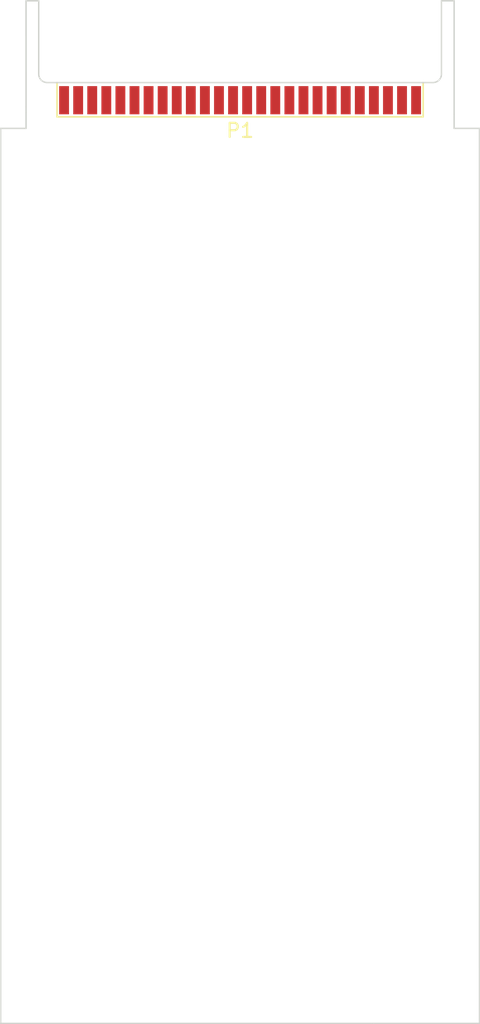
<source format=kicad_pcb>
(kicad_pcb (version 20171130) (host pcbnew "(5.1.7)-1")

  (general
    (thickness 1.6)
    (drawings 22)
    (tracks 0)
    (zones 0)
    (modules 1)
    (nets 27)
  )

  (page A4)
  (layers
    (0 F.Cu signal)
    (31 B.Cu signal)
    (32 B.Adhes user)
    (33 F.Adhes user)
    (34 B.Paste user)
    (35 F.Paste user)
    (36 B.SilkS user)
    (37 F.SilkS user)
    (38 B.Mask user)
    (39 F.Mask user)
    (40 Dwgs.User user)
    (41 Cmts.User user)
    (42 Eco1.User user)
    (43 Eco2.User user)
    (44 Edge.Cuts user)
    (45 Margin user)
    (46 B.CrtYd user)
    (47 F.CrtYd user)
    (48 B.Fab user)
    (49 F.Fab user hide)
  )

  (setup
    (last_trace_width 0.25)
    (trace_clearance 0.2)
    (zone_clearance 0.508)
    (zone_45_only no)
    (trace_min 0.2)
    (via_size 0.8)
    (via_drill 0.4)
    (via_min_size 0.4)
    (via_min_drill 0.3)
    (uvia_size 0.3)
    (uvia_drill 0.1)
    (uvias_allowed no)
    (uvia_min_size 0.2)
    (uvia_min_drill 0.1)
    (edge_width 0.1)
    (segment_width 0.2)
    (pcb_text_width 0.3)
    (pcb_text_size 1.5 1.5)
    (mod_edge_width 0.12)
    (mod_text_size 1 1)
    (mod_text_width 0.15)
    (pad_size 1.524 1.524)
    (pad_drill 0.762)
    (pad_to_mask_clearance 0)
    (aux_axis_origin 0 0)
    (visible_elements 7FFFFFFF)
    (pcbplotparams
      (layerselection 0x010fc_ffffffff)
      (usegerberextensions false)
      (usegerberattributes true)
      (usegerberadvancedattributes true)
      (creategerberjobfile true)
      (excludeedgelayer true)
      (linewidth 0.100000)
      (plotframeref false)
      (viasonmask false)
      (mode 1)
      (useauxorigin false)
      (hpglpennumber 1)
      (hpglpenspeed 20)
      (hpglpendiameter 15.000000)
      (psnegative false)
      (psa4output false)
      (plotreference true)
      (plotvalue true)
      (plotinvisibletext false)
      (padsonsilk false)
      (subtractmaskfromsilk false)
      (outputformat 1)
      (mirror false)
      (drillshape 1)
      (scaleselection 1)
      (outputdirectory ""))
  )

  (net 0 "")
  (net 1 "Net-(P1-Pad26)")
  (net 2 "Net-(P1-Pad25)")
  (net 3 "Net-(P1-Pad24)")
  (net 4 "Net-(P1-Pad23)")
  (net 5 "Net-(P1-Pad22)")
  (net 6 "Net-(P1-Pad21)")
  (net 7 "Net-(P1-Pad20)")
  (net 8 "Net-(P1-Pad19)")
  (net 9 "Net-(P1-Pad18)")
  (net 10 "Net-(P1-Pad17)")
  (net 11 "Net-(P1-Pad16)")
  (net 12 "Net-(P1-Pad15)")
  (net 13 "Net-(P1-Pad14)")
  (net 14 "Net-(P1-Pad13)")
  (net 15 "Net-(P1-Pad12)")
  (net 16 "Net-(P1-Pad11)")
  (net 17 "Net-(P1-Pad10)")
  (net 18 "Net-(P1-Pad9)")
  (net 19 "Net-(P1-Pad8)")
  (net 20 "Net-(P1-Pad7)")
  (net 21 "Net-(P1-Pad6)")
  (net 22 "Net-(P1-Pad5)")
  (net 23 "Net-(P1-Pad4)")
  (net 24 "Net-(P1-Pad3)")
  (net 25 "Net-(P1-Pad2)")
  (net 26 "Net-(P1-Pad1)")

  (net_class Default "This is the default net class."
    (clearance 0.2)
    (trace_width 0.25)
    (via_dia 0.8)
    (via_drill 0.4)
    (uvia_dia 0.3)
    (uvia_drill 0.1)
    (add_net "Net-(P1-Pad1)")
    (add_net "Net-(P1-Pad10)")
    (add_net "Net-(P1-Pad11)")
    (add_net "Net-(P1-Pad12)")
    (add_net "Net-(P1-Pad13)")
    (add_net "Net-(P1-Pad14)")
    (add_net "Net-(P1-Pad15)")
    (add_net "Net-(P1-Pad16)")
    (add_net "Net-(P1-Pad17)")
    (add_net "Net-(P1-Pad18)")
    (add_net "Net-(P1-Pad19)")
    (add_net "Net-(P1-Pad2)")
    (add_net "Net-(P1-Pad20)")
    (add_net "Net-(P1-Pad21)")
    (add_net "Net-(P1-Pad22)")
    (add_net "Net-(P1-Pad23)")
    (add_net "Net-(P1-Pad24)")
    (add_net "Net-(P1-Pad25)")
    (add_net "Net-(P1-Pad26)")
    (add_net "Net-(P1-Pad3)")
    (add_net "Net-(P1-Pad4)")
    (add_net "Net-(P1-Pad5)")
    (add_net "Net-(P1-Pad6)")
    (add_net "Net-(P1-Pad7)")
    (add_net "Net-(P1-Pad8)")
    (add_net "Net-(P1-Pad9)")
  )

  (module MYLIB:100305702112LF (layer F.Cu) (tedit 60F89C15) (tstamp 60F91EEB)
    (at 45.5 29.5)
    (path /60F8C266)
    (attr smd)
    (fp_text reference P1 (at 0 2.15) (layer F.SilkS)
      (effects (font (size 1 1) (thickness 0.15)))
    )
    (fp_text value Express_Card (at 0 3.3) (layer F.Fab)
      (effects (font (size 1 1) (thickness 0.15)))
    )
    (fp_line (start -17 -7) (end 17 -7) (layer F.CrtYd) (width 0.05))
    (fp_line (start -17 1.65) (end 17 1.65) (layer F.CrtYd) (width 0.05))
    (fp_line (start 12.2 -7.05) (end 12.2 -1.25) (layer F.Fab) (width 0.12))
    (fp_line (start -12.2 -7.05) (end -12.2 -1.25) (layer F.Fab) (width 0.12))
    (fp_line (start 14.2 -1.25) (end -14.2 -1.25) (layer F.Fab) (width 0.12))
    (fp_line (start 14.2 -7.05) (end 14.2 -1.25) (layer F.Fab) (width 0.12))
    (fp_line (start -14.2 -7.05) (end 14.2 -7.05) (layer F.Fab) (width 0.12))
    (fp_line (start -14.2 -1.25) (end -14.2 -7.05) (layer F.Fab) (width 0.12))
    (fp_line (start -17 -7) (end -17 1.65) (layer F.CrtYd) (width 0.05))
    (fp_line (start -17 2.65) (end -17 2.65) (layer F.CrtYd) (width 0.05))
    (fp_line (start 17 -7) (end 17 1.65) (layer F.CrtYd) (width 0.05))
    (fp_line (start 13 1.18) (end 13 -1.25) (layer F.SilkS) (width 0.12))
    (fp_line (start -13 1.18) (end -13 -1.25) (layer F.SilkS) (width 0.12))
    (fp_line (start -13 1.18) (end 13 1.18) (layer F.SilkS) (width 0.12))
    (pad 26 smd rect (at 12.5 0) (size 0.7 2) (layers F.Cu F.Paste F.Mask)
      (net 1 "Net-(P1-Pad26)"))
    (pad 25 smd rect (at 11.5 0) (size 0.7 2) (layers F.Cu F.Paste F.Mask)
      (net 2 "Net-(P1-Pad25)"))
    (pad 24 smd rect (at 10.5 0) (size 0.7 2) (layers F.Cu F.Paste F.Mask)
      (net 3 "Net-(P1-Pad24)"))
    (pad 23 smd rect (at 9.5 0) (size 0.7 2) (layers F.Cu F.Paste F.Mask)
      (net 4 "Net-(P1-Pad23)"))
    (pad 22 smd rect (at 8.5 0) (size 0.7 2) (layers F.Cu F.Paste F.Mask)
      (net 5 "Net-(P1-Pad22)"))
    (pad 21 smd rect (at 7.5 0) (size 0.7 2) (layers F.Cu F.Paste F.Mask)
      (net 6 "Net-(P1-Pad21)"))
    (pad 20 smd rect (at 6.5 0) (size 0.7 2) (layers F.Cu F.Paste F.Mask)
      (net 7 "Net-(P1-Pad20)"))
    (pad 19 smd rect (at 5.5 0) (size 0.7 2) (layers F.Cu F.Paste F.Mask)
      (net 8 "Net-(P1-Pad19)"))
    (pad 18 smd rect (at 4.5 0) (size 0.7 2) (layers F.Cu F.Paste F.Mask)
      (net 9 "Net-(P1-Pad18)"))
    (pad 17 smd rect (at 3.5 0) (size 0.7 2) (layers F.Cu F.Paste F.Mask)
      (net 10 "Net-(P1-Pad17)"))
    (pad 16 smd rect (at 2.5 0) (size 0.7 2) (layers F.Cu F.Paste F.Mask)
      (net 11 "Net-(P1-Pad16)"))
    (pad 15 smd rect (at 1.5 0) (size 0.7 2) (layers F.Cu F.Paste F.Mask)
      (net 12 "Net-(P1-Pad15)"))
    (pad 14 smd rect (at 0.5 0) (size 0.7 2) (layers F.Cu F.Paste F.Mask)
      (net 13 "Net-(P1-Pad14)"))
    (pad 13 smd rect (at -0.5 0) (size 0.7 2) (layers F.Cu F.Paste F.Mask)
      (net 14 "Net-(P1-Pad13)"))
    (pad 12 smd rect (at -1.5 0) (size 0.7 2) (layers F.Cu F.Paste F.Mask)
      (net 15 "Net-(P1-Pad12)"))
    (pad 11 smd rect (at -2.5 0) (size 0.7 2) (layers F.Cu F.Paste F.Mask)
      (net 16 "Net-(P1-Pad11)"))
    (pad 10 smd rect (at -3.5 0) (size 0.7 2) (layers F.Cu F.Paste F.Mask)
      (net 17 "Net-(P1-Pad10)"))
    (pad 9 smd rect (at -4.5 0) (size 0.7 2) (layers F.Cu F.Paste F.Mask)
      (net 18 "Net-(P1-Pad9)"))
    (pad 8 smd rect (at -5.5 0) (size 0.7 2) (layers F.Cu F.Paste F.Mask)
      (net 19 "Net-(P1-Pad8)"))
    (pad 7 smd rect (at -6.5 0) (size 0.7 2) (layers F.Cu F.Paste F.Mask)
      (net 20 "Net-(P1-Pad7)"))
    (pad 6 smd rect (at -7.5 0) (size 0.7 2) (layers F.Cu F.Paste F.Mask)
      (net 21 "Net-(P1-Pad6)"))
    (pad 5 smd rect (at -8.5 0) (size 0.7 2) (layers F.Cu F.Paste F.Mask)
      (net 22 "Net-(P1-Pad5)"))
    (pad 4 smd rect (at -9.5 0) (size 0.7 2) (layers F.Cu F.Paste F.Mask)
      (net 23 "Net-(P1-Pad4)"))
    (pad 3 smd rect (at -10.5 0) (size 0.7 2) (layers F.Cu F.Paste F.Mask)
      (net 24 "Net-(P1-Pad3)"))
    (pad 2 smd rect (at -11.5 0) (size 0.7 2) (layers F.Cu F.Paste F.Mask)
      (net 25 "Net-(P1-Pad2)"))
    (pad 1 smd rect (at -12.5 0) (size 0.7 2) (layers F.Cu F.Paste F.Mask)
      (net 26 "Net-(P1-Pad1)"))
    (model C:/Users/Thomas/CAD/expressUSB/100305702112lf.stp
      (offset (xyz 0 3.7 0.375))
      (scale (xyz 1 1 1))
      (rotate (xyz -90 0 180))
    )
  )

  (gr_line (start 28.5 31.5) (end 30.3 31.5) (layer Edge.Cuts) (width 0.1) (tstamp 6103059C))
  (gr_line (start 62.498819 31.5) (end 60.698819 31.5) (layer Edge.Cuts) (width 0.1) (tstamp 61030597))
  (gr_line (start 62.5 91.05) (end 62.5 95) (layer Edge.Cuts) (width 0.1))
  (gr_line (start 62.498819 31.5) (end 62.5 91.05) (layer Edge.Cuts) (width 0.1) (tstamp 61030524))
  (gr_line (start 28.5 31.5) (end 28.5 95) (layer Edge.Cuts) (width 0.1) (tstamp 61030513))
  (gr_line (start 28.5 31.5) (end 28.5 31.5) (layer Edge.Cuts) (width 0.1) (tstamp 610304D0))
  (gr_line (start 54.95 95) (end 28.5 95) (layer Edge.Cuts) (width 0.1))
  (gr_line (start 54.95 95) (end 62.5 95) (layer Edge.Cuts) (width 0.1))
  (gr_line (start 30.300584 22.4483) (end 31.199744 22.4483) (layer Edge.Cuts) (width 0.1))
  (gr_line (start 30.29967 22.4472) (end 30.299924 29.9973) (layer Edge.Cuts) (width 0.1))
  (gr_arc (start 59.1997 27.6472) (end 59.1997 28.247199) (angle -90) (layer Edge.Cuts) (width 0.1))
  (gr_line (start 58.4741 28.2472) (end 59.1997 28.247199) (layer Edge.Cuts) (width 0.1))
  (gr_arc (start 31.79967 27.6472) (end 31.199671 27.6472) (angle -90) (layer Edge.Cuts) (width 0.1))
  (gr_line (start 45.5007 28.2472) (end 58.4741 28.2472) (layer Edge.Cuts) (width 0.1))
  (gr_line (start 59.7987 22.448) (end 60.7004 22.448) (layer Edge.Cuts) (width 0.1))
  (gr_line (start 59.7997 27.6472) (end 59.7997 22.4471) (layer Edge.Cuts) (width 0.1))
  (gr_line (start 31.79967 28.247199) (end 45.5007 28.2472) (layer Edge.Cuts) (width 0.1))
  (gr_line (start 31.199744 27.6477) (end 31.199744 22.4483) (layer Edge.Cuts) (width 0.1))
  (gr_line (start 60.6988 30.4983) (end 60.698819 31.5) (layer Edge.Cuts) (width 0.1))
  (gr_line (start 60.6988 22.4483) (end 60.6988 30.4983) (layer Edge.Cuts) (width 0.1))
  (gr_line (start 30.3 30.3581) (end 30.3 31.5) (layer Edge.Cuts) (width 0.1))
  (gr_line (start 30.3 30) (end 30.3 30.3581) (layer Edge.Cuts) (width 0.1))

)

</source>
